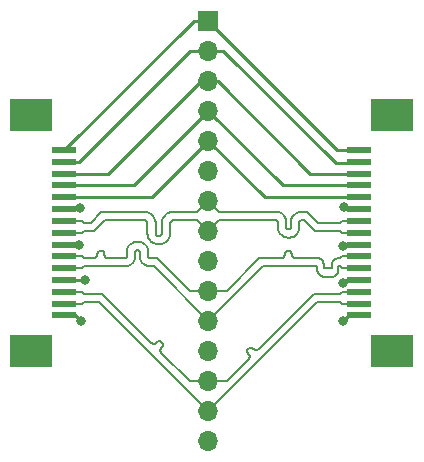
<source format=gtl>
G04 #@! TF.GenerationSoftware,KiCad,Pcbnew,(5.1.10)-1*
G04 #@! TF.CreationDate,2022-01-06T14:13:47-06:00*
G04 #@! TF.ProjectId,MIPI_SPY,4d495049-5f53-4505-992e-6b696361645f,rev?*
G04 #@! TF.SameCoordinates,Original*
G04 #@! TF.FileFunction,Copper,L1,Top*
G04 #@! TF.FilePolarity,Positive*
%FSLAX46Y46*%
G04 Gerber Fmt 4.6, Leading zero omitted, Abs format (unit mm)*
G04 Created by KiCad (PCBNEW (5.1.10)-1) date 2022-01-06 14:13:47*
%MOMM*%
%LPD*%
G01*
G04 APERTURE LIST*
G04 #@! TA.AperFunction,SMDPad,CuDef*
%ADD10R,3.600000X2.680000*%
G04 #@! TD*
G04 #@! TA.AperFunction,SMDPad,CuDef*
%ADD11R,2.000000X0.610000*%
G04 #@! TD*
G04 #@! TA.AperFunction,ComponentPad*
%ADD12R,1.700000X1.700000*%
G04 #@! TD*
G04 #@! TA.AperFunction,ComponentPad*
%ADD13O,1.700000X1.700000*%
G04 #@! TD*
G04 #@! TA.AperFunction,ViaPad*
%ADD14C,0.800000*%
G04 #@! TD*
G04 #@! TA.AperFunction,Conductor*
%ADD15C,0.250000*%
G04 #@! TD*
G04 #@! TA.AperFunction,Conductor*
%ADD16C,0.200000*%
G04 #@! TD*
G04 APERTURE END LIST*
D10*
X58690000Y-59035001D03*
X58690000Y-39055001D03*
D11*
X61490000Y-56045001D03*
X61490000Y-55045001D03*
X61490000Y-54045001D03*
X61490000Y-53045001D03*
X61490000Y-52045001D03*
X61490000Y-51045001D03*
X61490000Y-50045001D03*
X61490000Y-49045001D03*
X61490000Y-48045001D03*
X61490000Y-47045001D03*
X61490000Y-46045001D03*
X61490000Y-45045001D03*
X61490000Y-44045001D03*
X61490000Y-43045001D03*
X61490000Y-42045001D03*
X86465000Y-56045001D03*
X86465000Y-55045001D03*
X86465000Y-54045001D03*
X86465000Y-53045001D03*
X86465000Y-52045001D03*
X86465000Y-51045001D03*
X86465000Y-50045001D03*
X86465000Y-49045001D03*
X86465000Y-48045001D03*
X86465000Y-47045001D03*
X86465000Y-46045001D03*
X86465000Y-45045001D03*
X86465000Y-44045001D03*
X86465000Y-43045001D03*
X86465000Y-42045001D03*
D10*
X89265000Y-59035001D03*
X89265000Y-39055001D03*
D12*
X73660000Y-31115000D03*
D13*
X73660000Y-33655000D03*
X73660000Y-36195000D03*
X73660000Y-38735000D03*
X73660000Y-41275000D03*
X73660000Y-43815000D03*
X73660000Y-46355000D03*
X73660000Y-48895000D03*
X73660000Y-51435000D03*
X73660000Y-53975000D03*
X73660000Y-56515000D03*
X73660000Y-59055000D03*
X73660000Y-61595000D03*
X73660000Y-64135000D03*
X73660000Y-66675000D03*
D14*
X62817348Y-46942348D03*
X85090000Y-56515000D03*
X85090000Y-56515000D03*
X85054635Y-53302277D03*
X85090000Y-50165000D03*
X85192653Y-46887347D03*
X62745001Y-50045001D03*
X63205001Y-53045001D03*
X62865000Y-56515000D03*
D15*
X61490000Y-47045001D02*
X62809999Y-47045001D01*
X62817348Y-47037652D02*
X62817348Y-46942348D01*
X62809999Y-47045001D02*
X62817348Y-47037652D01*
X85559999Y-56045001D02*
X85090000Y-56515000D01*
X86465000Y-56045001D02*
X85559999Y-56045001D01*
X85311911Y-53045001D02*
X85054635Y-53302277D01*
X86465000Y-53045001D02*
X85311911Y-53045001D01*
X86465000Y-50045001D02*
X85209999Y-50045001D01*
X85209999Y-50045001D02*
X85090000Y-50165000D01*
X85350307Y-47045001D02*
X85192653Y-46887347D01*
X86465000Y-47045001D02*
X85350307Y-47045001D01*
X61490000Y-50045001D02*
X62745001Y-50045001D01*
X63205001Y-53045001D02*
X61490000Y-53045001D01*
X62395001Y-56045001D02*
X61490000Y-56045001D01*
X62865000Y-56515000D02*
X62395001Y-56045001D01*
D16*
X71607903Y-62082903D02*
X73660000Y-64135000D01*
X64415001Y-54890001D02*
X71607903Y-62082903D01*
X62990001Y-55045001D02*
X63145001Y-54890001D01*
X63145001Y-54890001D02*
X64415001Y-54890001D01*
X61490000Y-55045001D02*
X62990001Y-55045001D01*
X84964999Y-55045001D02*
X86465000Y-55045001D01*
X84809999Y-54890001D02*
X84964999Y-55045001D01*
X73660000Y-64135000D02*
X82904999Y-54890001D01*
X82904999Y-54890001D02*
X84809999Y-54890001D01*
X62990001Y-52045001D02*
X61490000Y-52045001D01*
X63145001Y-51890001D02*
X62990001Y-52045001D01*
X66647242Y-51890001D02*
X63145001Y-51890001D01*
X66831055Y-51869290D02*
X66647242Y-51890001D01*
X67005651Y-51808196D02*
X66831055Y-51869290D01*
X67293073Y-51578985D02*
X67162275Y-51709783D01*
X67391486Y-51422361D02*
X67293073Y-51578985D01*
X67452580Y-51247765D02*
X67391486Y-51422361D01*
X67473291Y-51063952D02*
X67452580Y-51247765D01*
X67473291Y-50668292D02*
X67473291Y-51063952D01*
X67477972Y-50626745D02*
X67473291Y-50668292D01*
X67491780Y-50587282D02*
X67477972Y-50626745D01*
X67514024Y-50551881D02*
X67491780Y-50587282D01*
X67543588Y-50522317D02*
X67514024Y-50551881D01*
X67878609Y-50626745D02*
X67864801Y-50587282D01*
X67965095Y-51422361D02*
X67904001Y-51247765D01*
X67162275Y-51709783D02*
X67005651Y-51808196D01*
X67578989Y-50500073D02*
X67543588Y-50522317D01*
X67738129Y-50486265D02*
X67696583Y-50481584D01*
X67696583Y-50481584D02*
X67659999Y-50481584D01*
X73660000Y-56515000D02*
X69035001Y-51890001D01*
X69035001Y-51890001D02*
X68709339Y-51890001D01*
X68709339Y-51890001D02*
X68525526Y-51869290D01*
X68525526Y-51869290D02*
X68350930Y-51808196D01*
X68350930Y-51808196D02*
X68194306Y-51709783D01*
X68194306Y-51709783D02*
X68063508Y-51578985D01*
X68063508Y-51578985D02*
X67965095Y-51422361D01*
X67904001Y-51247765D02*
X67883291Y-51063952D01*
X67883291Y-51063952D02*
X67883291Y-50668292D01*
X67883291Y-50668292D02*
X67878609Y-50626745D01*
X67618452Y-50486265D02*
X67578989Y-50500073D01*
X67864801Y-50587282D02*
X67842557Y-50551881D01*
X67842557Y-50551881D02*
X67812993Y-50522317D01*
X67812993Y-50522317D02*
X67777592Y-50500073D01*
X67777592Y-50500073D02*
X67738129Y-50486265D01*
X67659999Y-50481584D02*
X67618452Y-50486265D01*
X82909999Y-51890001D02*
X78284999Y-51890001D01*
X82909999Y-52265388D02*
X82909999Y-51890001D01*
X82959066Y-52480366D02*
X82922421Y-52375642D01*
X83018095Y-52574311D02*
X82959066Y-52480366D01*
X83190494Y-52711794D02*
X83096549Y-52652765D01*
X82922421Y-52375642D02*
X82909999Y-52265388D01*
X83295218Y-52748439D02*
X83190494Y-52711794D01*
X83405472Y-52760861D02*
X83295218Y-52748439D01*
X84194525Y-52760861D02*
X83405472Y-52760861D01*
X84304779Y-52748439D02*
X84194525Y-52760861D01*
X84409503Y-52711794D02*
X84304779Y-52748439D01*
X84503448Y-52652765D02*
X84409503Y-52711794D01*
X75712097Y-54462903D02*
X73660000Y-56515000D01*
X84581902Y-52574311D02*
X84503448Y-52652765D01*
X84640931Y-52480366D02*
X84581902Y-52574311D01*
X78284999Y-51890001D02*
X75712097Y-54462903D01*
X86465000Y-52045001D02*
X84964999Y-52045001D01*
X84809999Y-51890001D02*
X84689999Y-51890001D01*
X83096549Y-52652765D02*
X83018095Y-52574311D01*
X84689999Y-52265388D02*
X84677576Y-52375642D01*
X84964999Y-52045001D02*
X84809999Y-51890001D01*
X84689999Y-51890001D02*
X84689999Y-52265388D01*
X84677576Y-52375642D02*
X84640931Y-52480366D01*
X62541641Y-51045001D02*
X61490000Y-51045001D01*
X62990001Y-51045001D02*
X62541641Y-51045001D01*
X63145001Y-51200001D02*
X62990001Y-51045001D01*
X63970001Y-51200001D02*
X63145001Y-51200001D01*
X64100166Y-51170291D02*
X64036757Y-51192479D01*
X64157047Y-51134550D02*
X64100166Y-51170291D01*
X64240291Y-51030166D02*
X64204550Y-51087047D01*
X64270001Y-50900001D02*
X64262479Y-50966757D01*
X66783291Y-51013293D02*
X66778609Y-51054839D01*
X66783290Y-50617632D02*
X66783291Y-50668292D01*
X67094306Y-49971801D02*
X66963508Y-50102599D01*
X67250930Y-49873388D02*
X67094306Y-49971801D01*
X67425526Y-49812294D02*
X67250930Y-49873388D01*
X73660000Y-53975000D02*
X72095808Y-53975000D01*
X67931055Y-49812294D02*
X67747242Y-49791584D01*
X64036757Y-51192479D02*
X63970001Y-51200001D01*
X68718452Y-51195319D02*
X68678989Y-51181511D01*
X68105651Y-49873388D02*
X67931055Y-49812294D01*
X66804001Y-50433819D02*
X66783290Y-50617632D01*
X68262275Y-49971801D02*
X68105651Y-49873388D01*
X66783291Y-50668292D02*
X66783291Y-51013293D01*
X68491486Y-50259223D02*
X68393073Y-50102599D01*
X68573291Y-51013293D02*
X68573291Y-50617632D01*
X64262479Y-50966757D02*
X64240291Y-51030166D01*
X72095808Y-53975000D02*
X69320809Y-51200001D01*
X64382954Y-50622795D02*
X64335451Y-50670298D01*
X66963508Y-50102599D02*
X66865095Y-50259223D01*
X68552580Y-50433819D02*
X68491486Y-50259223D01*
X66865095Y-50259223D02*
X66804001Y-50433819D01*
X66596583Y-51200001D02*
X65170001Y-51200001D01*
X68393073Y-50102599D02*
X68262275Y-49971801D01*
X64840291Y-50727179D02*
X64804550Y-50670298D01*
X67609339Y-49791584D02*
X67425526Y-49812294D01*
X68614024Y-51129703D02*
X68591780Y-51094302D01*
X64570001Y-50557345D02*
X64503244Y-50564866D01*
X68573291Y-50617632D02*
X68552580Y-50433819D01*
X67747242Y-49791584D02*
X67609339Y-49791584D01*
X68643588Y-51159267D02*
X68614024Y-51129703D01*
X64899710Y-51030166D02*
X64877522Y-50966757D01*
X64204550Y-51087047D02*
X64157047Y-51134550D01*
X68591780Y-51094302D02*
X68577972Y-51054839D01*
X66778609Y-51054839D02*
X66764801Y-51094302D01*
X66764801Y-51094302D02*
X66742557Y-51129703D01*
X66742557Y-51129703D02*
X66712993Y-51159267D01*
X66712993Y-51159267D02*
X66677592Y-51181511D01*
X66677592Y-51181511D02*
X66638129Y-51195319D01*
X66638129Y-51195319D02*
X66596583Y-51200001D01*
X65170001Y-51200001D02*
X65103244Y-51192479D01*
X68577972Y-51054839D02*
X68573291Y-51013293D01*
X65103244Y-51192479D02*
X65039835Y-51170291D01*
X68759999Y-51200001D02*
X68718452Y-51195319D01*
X65039835Y-51170291D02*
X64982954Y-51134550D01*
X64982954Y-51134550D02*
X64935451Y-51087047D01*
X64935451Y-51087047D02*
X64899710Y-51030166D01*
X64877522Y-50966757D02*
X64870001Y-50900001D01*
X64870001Y-50900001D02*
X64870001Y-50857345D01*
X64870001Y-50857345D02*
X64862479Y-50790588D01*
X64862479Y-50790588D02*
X64840291Y-50727179D01*
X64804550Y-50670298D02*
X64757047Y-50622795D01*
X64757047Y-50622795D02*
X64700166Y-50587054D01*
X64700166Y-50587054D02*
X64636757Y-50564866D01*
X64636757Y-50564866D02*
X64570001Y-50557345D01*
X64503244Y-50564866D02*
X64439835Y-50587054D01*
X64439835Y-50587054D02*
X64382954Y-50622795D01*
X69320809Y-51200001D02*
X68759999Y-51200001D01*
X64335451Y-50670298D02*
X64299710Y-50727179D01*
X68678989Y-51181511D02*
X68643588Y-51159267D01*
X64299710Y-50727179D02*
X64277522Y-50790588D01*
X64277522Y-50790588D02*
X64270001Y-50857345D01*
X64270001Y-50857345D02*
X64270001Y-50900001D01*
X75224192Y-53975000D02*
X73660000Y-53975000D01*
X77999191Y-51200001D02*
X75224192Y-53975000D01*
X79975166Y-51170291D02*
X79911757Y-51192479D01*
X80032047Y-51134550D02*
X79975166Y-51170291D01*
X80115291Y-51030166D02*
X80079550Y-51087047D01*
X80137479Y-50966757D02*
X80115291Y-51030166D01*
X80145001Y-50900001D02*
X80137479Y-50966757D01*
X80152522Y-50790588D02*
X80145001Y-50857345D01*
X80174710Y-50727179D02*
X80152522Y-50790588D01*
X80210451Y-50670298D02*
X80174710Y-50727179D01*
X80257954Y-50622795D02*
X80210451Y-50670298D01*
X80314835Y-50587054D02*
X80257954Y-50622795D01*
X80378244Y-50564866D02*
X80314835Y-50587054D01*
X80575166Y-50587054D02*
X80511757Y-50564866D01*
X80632047Y-50622795D02*
X80575166Y-50587054D01*
X80679550Y-50670298D02*
X80632047Y-50622795D01*
X80715291Y-50727179D02*
X80679550Y-50670298D01*
X80737479Y-50790588D02*
X80715291Y-50727179D01*
X80745001Y-50857345D02*
X80737479Y-50790588D01*
X84164140Y-51695475D02*
X84164140Y-52070861D01*
X84176562Y-51585221D02*
X84164140Y-51695475D01*
X84213207Y-51480497D02*
X84176562Y-51585221D01*
X84350690Y-51308098D02*
X84272236Y-51386552D01*
X79845001Y-51200001D02*
X77999191Y-51200001D01*
X84549359Y-51212424D02*
X84444635Y-51249069D01*
X83435858Y-52070861D02*
X83435858Y-51695475D01*
X84659613Y-51200001D02*
X84549359Y-51212424D01*
X84164140Y-52070861D02*
X83435858Y-52070861D01*
X84444635Y-51249069D02*
X84350690Y-51308098D01*
X80445001Y-50557345D02*
X80378244Y-50564866D01*
X86465000Y-51045001D02*
X84964999Y-51045001D01*
X80145001Y-50857345D02*
X80145001Y-50900001D01*
X84809999Y-51200001D02*
X84659613Y-51200001D01*
X79911757Y-51192479D02*
X79845001Y-51200001D01*
X84964999Y-51045001D02*
X84809999Y-51200001D01*
X84272236Y-51386552D02*
X84213207Y-51480497D01*
X83435858Y-51695475D02*
X83423435Y-51585221D01*
X83386790Y-51480497D02*
X83327761Y-51386552D01*
X83327761Y-51386552D02*
X83249307Y-51308098D01*
X83249307Y-51308098D02*
X83155362Y-51249069D01*
X83423435Y-51585221D02*
X83386790Y-51480497D01*
X83155362Y-51249069D02*
X83050638Y-51212424D01*
X83050638Y-51212424D02*
X82940384Y-51200001D01*
X80079550Y-51087047D02*
X80032047Y-51134550D01*
X82940384Y-51200001D02*
X81045001Y-51200001D01*
X80810451Y-51087047D02*
X80774710Y-51030166D01*
X80511757Y-50564866D02*
X80445001Y-50557345D01*
X81045001Y-51200001D02*
X80978244Y-51192479D01*
X80978244Y-51192479D02*
X80914835Y-51170291D01*
X80857954Y-51134550D02*
X80810451Y-51087047D01*
X80914835Y-51170291D02*
X80857954Y-51134550D01*
X80774710Y-51030166D02*
X80752522Y-50966757D01*
X80752522Y-50966757D02*
X80745001Y-50900001D01*
X80745001Y-50900001D02*
X80745001Y-50857345D01*
X74585000Y-47970000D02*
X73660000Y-48895000D01*
X79390000Y-47970000D02*
X74585000Y-47970000D01*
X79434504Y-47975015D02*
X79390000Y-47970000D01*
X79476776Y-47989807D02*
X79434504Y-47975015D01*
X79514697Y-48013634D02*
X79476776Y-47989807D01*
X79546366Y-48045303D02*
X79514697Y-48013634D01*
X79570193Y-48083224D02*
X79546366Y-48045303D01*
X79584985Y-48125496D02*
X79570193Y-48083224D01*
X79590000Y-48170000D02*
X79584985Y-48125496D01*
X79590000Y-48613903D02*
X79590000Y-48170000D01*
X79611024Y-48800503D02*
X79590000Y-48613903D01*
X79673044Y-48977746D02*
X79611024Y-48800503D01*
X79772950Y-49136744D02*
X79673044Y-48977746D01*
X79905731Y-49269525D02*
X79772950Y-49136744D01*
X80064729Y-49369431D02*
X79905731Y-49269525D01*
X80241972Y-49431451D02*
X80064729Y-49369431D01*
X80428572Y-49452475D02*
X80241972Y-49431451D01*
X80895270Y-49369431D02*
X80718027Y-49431451D01*
X81772096Y-47970000D02*
X81570000Y-47970000D01*
X81483223Y-47989807D02*
X81445302Y-48013634D01*
X81375014Y-48125496D02*
X81370000Y-48170000D01*
X81370000Y-48170000D02*
X81370000Y-48613903D01*
X86465000Y-49045001D02*
X84964999Y-49045001D01*
X84964999Y-49045001D02*
X84809999Y-48890001D01*
X80531427Y-49452475D02*
X80428572Y-49452475D01*
X84809999Y-48890001D02*
X82692097Y-48890001D01*
X82692097Y-48890001D02*
X81772096Y-47970000D01*
X81570000Y-47970000D02*
X81525495Y-47975015D01*
X81389806Y-48083224D02*
X81375014Y-48125496D01*
X81525495Y-47975015D02*
X81483223Y-47989807D01*
X81187049Y-49136744D02*
X81054268Y-49269525D01*
X81445302Y-48013634D02*
X81413633Y-48045303D01*
X81413633Y-48045303D02*
X81389806Y-48083224D01*
X81370000Y-48613903D02*
X81348975Y-48800503D01*
X81348975Y-48800503D02*
X81286955Y-48977746D01*
X81286955Y-48977746D02*
X81187049Y-49136744D01*
X81054268Y-49269525D02*
X80895270Y-49369431D01*
X80718027Y-49431451D02*
X80531427Y-49452475D01*
X72735000Y-47970000D02*
X73660000Y-48895000D01*
X70735000Y-47970000D02*
X72735000Y-47970000D01*
X70672694Y-47977020D02*
X70735000Y-47970000D01*
X70613512Y-47997728D02*
X70672694Y-47977020D01*
X70560422Y-48031087D02*
X70613512Y-47997728D01*
X70516087Y-48075422D02*
X70560422Y-48031087D01*
X70482728Y-48128512D02*
X70516087Y-48075422D01*
X70462020Y-48187694D02*
X70482728Y-48128512D01*
X70455000Y-48250000D02*
X70462020Y-48187694D01*
X70455000Y-49103224D02*
X70455000Y-48250000D01*
X70432085Y-49306597D02*
X70455000Y-49103224D01*
X70364490Y-49499772D02*
X70432085Y-49306597D01*
X70255604Y-49673063D02*
X70364490Y-49499772D01*
X70110888Y-49817779D02*
X70255604Y-49673063D01*
X69937597Y-49926665D02*
X70110888Y-49817779D01*
X69744422Y-49994260D02*
X69937597Y-49926665D01*
X68714395Y-49673063D02*
X68859111Y-49817779D01*
X63992903Y-48890001D02*
X64912904Y-47970000D01*
X69225577Y-49994260D02*
X69428950Y-50017175D01*
X68515000Y-49103224D02*
X68537914Y-49306597D01*
X61490000Y-49045001D02*
X62990001Y-49045001D01*
X62990001Y-49045001D02*
X63145001Y-48890001D01*
X63145001Y-48890001D02*
X63992903Y-48890001D01*
X64912904Y-47970000D02*
X68235000Y-47970000D01*
X68235000Y-47970000D02*
X68297305Y-47977020D01*
X68297305Y-47977020D02*
X68356487Y-47997728D01*
X68356487Y-47997728D02*
X68409577Y-48031087D01*
X68409577Y-48031087D02*
X68453912Y-48075422D01*
X68453912Y-48075422D02*
X68487271Y-48128512D01*
X68487271Y-48128512D02*
X68507979Y-48187694D01*
X68507979Y-48187694D02*
X68515000Y-48250000D01*
X68515000Y-48250000D02*
X68515000Y-49103224D01*
X68537914Y-49306597D02*
X68605509Y-49499772D01*
X68605509Y-49499772D02*
X68714395Y-49673063D01*
X68859111Y-49817779D02*
X69032402Y-49926665D01*
X69032402Y-49926665D02*
X69225577Y-49994260D01*
X69428950Y-50017175D02*
X69541049Y-50017175D01*
X69541049Y-50017175D02*
X69744422Y-49994260D01*
X80280000Y-48118573D02*
X80258975Y-47931973D01*
X84809999Y-48200001D02*
X82977905Y-48200001D01*
X80299806Y-48649252D02*
X80285014Y-48606980D01*
X80323633Y-48687173D02*
X80299806Y-48649252D01*
X80355302Y-48718842D02*
X80323633Y-48687173D01*
X80524504Y-48757461D02*
X80480000Y-48762475D01*
X80604697Y-48718842D02*
X80566776Y-48742669D01*
X81154729Y-47363045D02*
X80995731Y-47462951D01*
X80636366Y-48687173D02*
X80604697Y-48718842D01*
X80660193Y-48649252D02*
X80636366Y-48687173D01*
X80674985Y-48606980D02*
X80660193Y-48649252D01*
X80680000Y-48562475D02*
X80674985Y-48606980D01*
X84964999Y-48045001D02*
X84809999Y-48200001D01*
X80393223Y-48742669D02*
X80355302Y-48718842D01*
X80285014Y-48606980D02*
X80280000Y-48562475D01*
X80435495Y-48757461D02*
X80393223Y-48742669D01*
X82057904Y-47280000D02*
X81518572Y-47280000D01*
X80280000Y-48562475D02*
X80280000Y-48118573D01*
X80763044Y-47754730D02*
X80701024Y-47931973D01*
X82977905Y-48200001D02*
X82057904Y-47280000D01*
X80480000Y-48762475D02*
X80435495Y-48757461D01*
X81518572Y-47280000D02*
X81331972Y-47301025D01*
X81331972Y-47301025D02*
X81154729Y-47363045D01*
X80701024Y-47931973D02*
X80680000Y-48118573D01*
X80680000Y-48118573D02*
X80680000Y-48562475D01*
X80566776Y-48742669D02*
X80524504Y-48757461D01*
X86465000Y-48045001D02*
X84964999Y-48045001D01*
X80196955Y-47754730D02*
X80097049Y-47595732D01*
X80862950Y-47595732D02*
X80763044Y-47754730D01*
X80258975Y-47931973D02*
X80196955Y-47754730D01*
X80097049Y-47595732D02*
X79964268Y-47462951D01*
X79964268Y-47462951D02*
X79805270Y-47363045D01*
X79805270Y-47363045D02*
X79628027Y-47301025D01*
X79628027Y-47301025D02*
X79441427Y-47280000D01*
X79441427Y-47280000D02*
X74585000Y-47280000D01*
X74585000Y-47280000D02*
X73660000Y-46355000D01*
X80995731Y-47462951D02*
X80862950Y-47595732D01*
X72735000Y-47280000D02*
X73660000Y-46355000D01*
X70678950Y-47280000D02*
X72735000Y-47280000D01*
X70475577Y-47302914D02*
X70678950Y-47280000D01*
X70282402Y-47370509D02*
X70475577Y-47302914D01*
X70109111Y-47479395D02*
X70282402Y-47370509D01*
X69964395Y-47624111D02*
X70109111Y-47479395D01*
X69855509Y-47797402D02*
X69964395Y-47624111D01*
X69787914Y-47990577D02*
X69855509Y-47797402D01*
X69205000Y-48193950D02*
X69205000Y-49047175D01*
X68494422Y-47302914D02*
X68687597Y-47370509D01*
X68860888Y-47479395D02*
X69005604Y-47624111D01*
X69232728Y-49168662D02*
X69266087Y-49221752D01*
X69005604Y-47624111D02*
X69114490Y-47797402D01*
X69765000Y-49047175D02*
X69765000Y-48193950D01*
X68687597Y-47370509D02*
X68860888Y-47479395D01*
X69114490Y-47797402D02*
X69182085Y-47990577D01*
X69182085Y-47990577D02*
X69205000Y-48193950D01*
X68291049Y-47280000D02*
X68494422Y-47302914D01*
X69757979Y-49109480D02*
X69765000Y-49047175D01*
X64627096Y-47280000D02*
X68291049Y-47280000D01*
X63707095Y-48200001D02*
X64627096Y-47280000D01*
X63145001Y-48200001D02*
X63707095Y-48200001D01*
X69703912Y-49221752D02*
X69737271Y-49168662D01*
X62990001Y-48045001D02*
X63145001Y-48200001D01*
X69659577Y-49266087D02*
X69703912Y-49221752D01*
X61490000Y-48045001D02*
X62990001Y-48045001D01*
X69205000Y-49047175D02*
X69212020Y-49109480D01*
X69212020Y-49109480D02*
X69232728Y-49168662D01*
X69266087Y-49221752D02*
X69310422Y-49266087D01*
X69310422Y-49266087D02*
X69363512Y-49299446D01*
X69363512Y-49299446D02*
X69422694Y-49320154D01*
X69737271Y-49168662D02*
X69757979Y-49109480D01*
X69422694Y-49320154D02*
X69485000Y-49327175D01*
X69485000Y-49327175D02*
X69547305Y-49320154D01*
X69547305Y-49320154D02*
X69606487Y-49299446D01*
X69606487Y-49299446D02*
X69659577Y-49266087D01*
X69765000Y-48193950D02*
X69787914Y-47990577D01*
D15*
X78430001Y-46045001D02*
X73660000Y-41275000D01*
X86465000Y-46045001D02*
X78430001Y-46045001D01*
X69439989Y-45495011D02*
X73660000Y-41275000D01*
X68889999Y-46045001D02*
X69439989Y-45495011D01*
X61490000Y-46045001D02*
X68889999Y-46045001D01*
X79970001Y-45045001D02*
X73660000Y-38735000D01*
X86465000Y-45045001D02*
X79970001Y-45045001D01*
X67349999Y-45045001D02*
X73660000Y-38735000D01*
X61490000Y-45045001D02*
X67349999Y-45045001D01*
X74469998Y-36195000D02*
X73660000Y-36195000D01*
X82319999Y-44045001D02*
X74469998Y-36195000D01*
X86465000Y-44045001D02*
X82319999Y-44045001D01*
X61490000Y-44045001D02*
X65174999Y-44045001D01*
X73025000Y-36195000D02*
X73660000Y-36195000D01*
X65174999Y-44045001D02*
X73025000Y-36195000D01*
X72130001Y-33655000D02*
X73660000Y-33655000D01*
X62740000Y-43045001D02*
X72130001Y-33655000D01*
X61490000Y-43045001D02*
X62740000Y-43045001D01*
X74930000Y-33655000D02*
X84455000Y-43180000D01*
X73660000Y-33655000D02*
X74930000Y-33655000D01*
X86330001Y-43180000D02*
X86465000Y-43045001D01*
X84455000Y-43180000D02*
X86330001Y-43180000D01*
X84590001Y-42045001D02*
X73660000Y-31115000D01*
X86465000Y-42045001D02*
X84590001Y-42045001D01*
X72420001Y-31115000D02*
X73660000Y-31115000D01*
X61490000Y-42045001D02*
X72420001Y-31115000D01*
D16*
X62990001Y-54045001D02*
X61490000Y-54045001D01*
X63145001Y-54200001D02*
X62990001Y-54045001D01*
X68906896Y-58395451D02*
X68854375Y-58353567D01*
X68967422Y-58424599D02*
X68906896Y-58395451D01*
X69032917Y-58439548D02*
X68967422Y-58424599D01*
X69804096Y-58436455D02*
X69774948Y-58375929D01*
X69702904Y-58777831D02*
X69733063Y-58747671D01*
X69774948Y-58375929D02*
X69733063Y-58323407D01*
X69631871Y-58890880D02*
X69661018Y-58830354D01*
X69733063Y-58747671D02*
X69774948Y-58695149D01*
X64700809Y-54200001D02*
X63145001Y-54200001D01*
X69774948Y-58695149D02*
X69804096Y-58634623D01*
X69616922Y-58956374D02*
X69631871Y-58890880D01*
X69616922Y-59023553D02*
X69616922Y-58956374D01*
X69661018Y-58830354D02*
X69702904Y-58777831D01*
X69804096Y-58634623D02*
X69819045Y-58569128D01*
X69631871Y-59089047D02*
X69616922Y-59023553D01*
X68854375Y-58353567D02*
X64700809Y-54200001D01*
X69165590Y-58424599D02*
X69100095Y-58439548D01*
X69661018Y-59149573D02*
X69631871Y-59089047D01*
X69421847Y-58252374D02*
X69361321Y-58281521D01*
X69702904Y-59202096D02*
X69661018Y-59149573D01*
X72095808Y-61595000D02*
X69702904Y-59202096D01*
X69100095Y-58439548D02*
X69032917Y-58439548D01*
X73660000Y-61595000D02*
X72095808Y-61595000D01*
X69819045Y-58569128D02*
X69819045Y-58501950D01*
X69819045Y-58501950D02*
X69804096Y-58436455D01*
X69733063Y-58323407D02*
X69680540Y-58281521D01*
X69680540Y-58281521D02*
X69620014Y-58252374D01*
X69620014Y-58252374D02*
X69554520Y-58237425D01*
X69554520Y-58237425D02*
X69487341Y-58237425D01*
X69487341Y-58237425D02*
X69421847Y-58252374D01*
X69361321Y-58281521D02*
X69308798Y-58323407D01*
X69308798Y-58323407D02*
X69278638Y-58353566D01*
X69278638Y-58353566D02*
X69226116Y-58395451D01*
X69226116Y-58395451D02*
X69165590Y-58424599D01*
X74384567Y-61595000D02*
X73660000Y-61595000D01*
X75224192Y-61595000D02*
X74384567Y-61595000D01*
X77127952Y-59680601D02*
X77086067Y-59733124D01*
X77157099Y-59620075D02*
X77127952Y-59680601D01*
X77172048Y-59487402D02*
X77172048Y-59554581D01*
X77480172Y-58854437D02*
X77427649Y-58812551D01*
X77562854Y-58926481D02*
X77510331Y-58884596D01*
X77756053Y-58970577D02*
X77688874Y-58970577D01*
X77055908Y-59278701D02*
X77086066Y-59308859D01*
X77821547Y-58955628D02*
X77756053Y-58970577D01*
X77623380Y-58955628D02*
X77562854Y-58926481D01*
X84964999Y-54045001D02*
X84809999Y-54200001D01*
X77127952Y-59361382D02*
X77157099Y-59421908D01*
X77934596Y-58884596D02*
X77882073Y-58926481D01*
X77086067Y-59733124D02*
X75224192Y-61595000D01*
X82619191Y-54200001D02*
X77934596Y-58884596D01*
X76984875Y-59165652D02*
X77014022Y-59226178D01*
X77108430Y-58812551D02*
X77055908Y-58854437D01*
X77882073Y-58926481D02*
X77821547Y-58955628D01*
X77014022Y-59226178D02*
X77055908Y-59278701D01*
X77172048Y-59554581D02*
X77157099Y-59620075D01*
X84809999Y-54200001D02*
X82619191Y-54200001D01*
X77688874Y-58970577D02*
X77623380Y-58955628D01*
X77427649Y-58812551D02*
X77367123Y-58783404D01*
X86465000Y-54045001D02*
X84964999Y-54045001D01*
X77234450Y-58768455D02*
X77168956Y-58783404D01*
X77014022Y-58906959D02*
X76984875Y-58967485D01*
X77301629Y-58768455D02*
X77234450Y-58768455D01*
X77168956Y-58783404D02*
X77108430Y-58812551D01*
X77157099Y-59421908D02*
X77172048Y-59487402D01*
X77055908Y-58854437D02*
X77014022Y-58906959D01*
X76984875Y-58967485D02*
X76969926Y-59032979D01*
X76969926Y-59032979D02*
X76969926Y-59100158D01*
X77367123Y-58783404D02*
X77301629Y-58768455D01*
X76969926Y-59100158D02*
X76984875Y-59165652D01*
X77510331Y-58884596D02*
X77480172Y-58854437D01*
X77086066Y-59308859D02*
X77127952Y-59361382D01*
M02*

</source>
